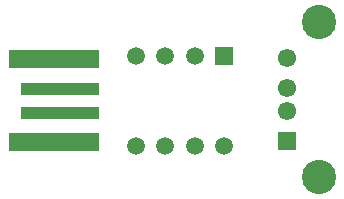
<source format=gts>
%FSLAX33Y33*%
%MOMM*%
%AMRect-W1500000-H1500000-RO0.500*
21,1,1.5,1.5,0.,0.,270*%
%AMRect-W1550000-H1550000-RO0.500*
21,1,1.55,1.55,0.,0.,270*%
%AMRect-W1600000-H7600000-RO1.500*
21,1,1.6,7.6,0.,0.,90*%
%AMRect-W1100000-H6600000-RO1.500*
21,1,1.1,6.6,0.,0.,90*%
%ADD10C,1.5*%
%ADD11Rect-W1500000-H1500000-RO0.500*%
%ADD12C,2.9*%
%ADD13C,1.55*%
%ADD14Rect-W1550000-H1550000-RO0.500*%
%ADD15Rect-W1600000-H7600000-RO1.500*%
%ADD16Rect-W1100000-H6600000-RO1.500*%
D10*
%LNtop solder mask_traces*%
%LNtop solder mask component f178ae9f3eb66128*%
G01*
X16900Y13810D03*
X14400Y13810D03*
X11900Y13810D03*
X11900Y6190D03*
X14400Y6190D03*
X16900Y6190D03*
X19400Y6190D03*
D11*
X19400Y13810D03*
%LNtop solder mask component c42a6a9a39d68f58*%
D12*
X27405Y3530D03*
X27405Y16670D03*
D13*
X24695Y9100D03*
X24695Y11100D03*
X24695Y13600D03*
D14*
X24695Y6600D03*
%LNtop solder mask component a10719251b11ad89*%
D15*
X5000Y6500D03*
D16*
X5500Y9000D03*
X5500Y11000D03*
D15*
X5000Y13500D03*
M02*
</source>
